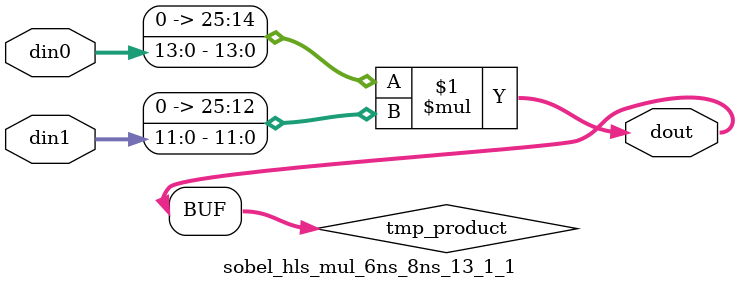
<source format=v>

`timescale 1 ns / 1 ps

  module sobel_hls_mul_6ns_8ns_13_1_1(din0, din1, dout);
parameter ID = 1;
parameter NUM_STAGE = 0;
parameter din0_WIDTH = 14;
parameter din1_WIDTH = 12;
parameter dout_WIDTH = 26;

input [din0_WIDTH - 1 : 0] din0; 
input [din1_WIDTH - 1 : 0] din1; 
output [dout_WIDTH - 1 : 0] dout;

wire signed [dout_WIDTH - 1 : 0] tmp_product;










assign tmp_product = $signed({1'b0, din0}) * $signed({1'b0, din1});











assign dout = tmp_product;







endmodule

</source>
